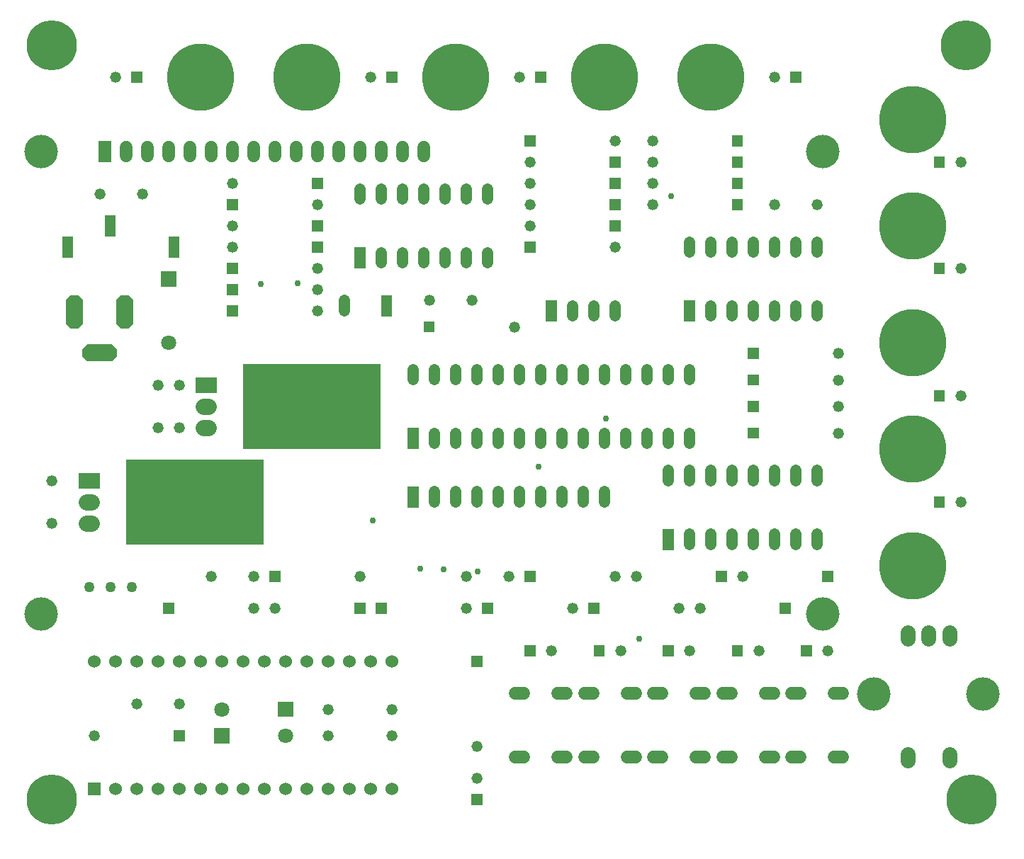
<source format=gts>
%FSLAX24Y24*%
%MOIN*%
%ADD10C,0.0300*%
%ADD11C,0.0500*%
%ADD12C,0.0520*%
%ADD13C,0.0591*%
%ADD14C,0.0600*%
%ADD15C,0.0700*%
%ADD16C,0.0709*%
%ADD17C,0.0750*%
%ADD18C,0.1575*%
%ADD19C,0.2362*%
%ADD20C,0.3150*%
D10*
G01X28051Y19941D03*
X20424Y12830D03*
X22047Y12730D03*
X11838Y26275D03*
X13548Y26304D03*
X24900Y17655D03*
X29620Y9571D03*
X19322Y12863D03*
X31146Y30417D03*
X17091Y15139D03*
D11*
G01X5750Y12000D03*
X3750Y12000D03*
X4750Y12000D03*
D12*
G01X25500Y9000D03*
X26500Y11000D03*
X12500Y11000D03*
X21499Y12500D03*
X23500Y12500D03*
X24500Y31000D03*
X14500Y25000D03*
X32000Y9000D03*
X14500Y27000D03*
X2000Y15000D03*
X2000Y17000D03*
X8000Y21500D03*
X8000Y19500D03*
X21500Y11000D03*
X28500Y12500D03*
X8000Y6500D03*
X6000Y6500D03*
X24500Y32000D03*
X22000Y3000D03*
X10500Y31000D03*
X7000Y21500D03*
X6999Y19500D03*
X22000Y4500D03*
X28750Y9000D03*
X38500Y9000D03*
X4250Y30500D03*
X6250Y30500D03*
X18000Y6250D03*
X15000Y6250D03*
X24500Y30000D03*
X11500Y11000D03*
X23750Y24250D03*
X28500Y28000D03*
X4000Y5000D03*
X24500Y29000D03*
X16500Y12500D03*
X35250Y9000D03*
X14500Y26000D03*
X11499Y12500D03*
X9499Y12500D03*
X32499Y11000D03*
X29500Y12500D03*
X34500Y12500D03*
X15000Y5000D03*
X18000Y5000D03*
X31500Y11000D03*
X28500Y33000D03*
X14500Y30000D03*
X10500Y29000D03*
X10500Y28000D03*
X19750Y25500D03*
X21750Y25500D03*
X5000Y36000D03*
X16999Y36000D03*
X24000Y36000D03*
X36000Y36000D03*
X30250Y33000D03*
X30250Y32000D03*
X30250Y30000D03*
X30250Y31000D03*
X36000Y30000D03*
X37999Y30000D03*
X44750Y32000D03*
X44750Y26999D03*
X44750Y21000D03*
X44750Y16000D03*
X38999Y23000D03*
X38999Y21750D03*
X38999Y20500D03*
X38999Y19250D03*
X20000Y16010D02*
X20000Y16490D01*
X26999Y16010D02*
X26999Y16490D01*
X28000Y16010D02*
X28000Y16490D01*
X26000Y16010D02*
X26000Y16490D01*
X23999Y16010D02*
X23999Y16490D01*
X23000Y16010D02*
X23000Y16490D01*
X21000Y16010D02*
X21000Y16490D01*
X21999Y16010D02*
X21999Y16490D01*
X25000Y16010D02*
X25000Y16490D01*
X28500Y24760D02*
X28500Y25240D01*
X27500Y24760D02*
X27500Y25240D01*
X26500Y24760D02*
X26500Y25240D01*
X15749Y25490D02*
X15749Y25010D01*
X20500Y30260D02*
X20500Y30740D01*
X17500Y27260D02*
X17500Y27740D01*
X19500Y30260D02*
X19500Y30740D01*
X18500Y30260D02*
X18500Y30740D01*
X18500Y27260D02*
X18500Y27740D01*
X22500Y27260D02*
X22500Y27740D01*
X22500Y30260D02*
X22500Y30740D01*
X17500Y30260D02*
X17500Y30740D01*
X16500Y30260D02*
X16500Y30740D01*
X20500Y27260D02*
X20500Y27740D01*
X21500Y27260D02*
X21500Y27740D01*
X21500Y30260D02*
X21500Y30740D01*
X19500Y27260D02*
X19500Y27740D01*
X26000Y18760D02*
X26000Y19240D01*
X29000Y18760D02*
X29000Y19240D01*
X28000Y21760D02*
X28000Y22239D01*
X23000Y18760D02*
X23000Y19240D01*
X29000Y21760D02*
X29000Y22239D01*
X20000Y21760D02*
X20000Y22239D01*
X21999Y21760D02*
X21999Y22239D01*
X31000Y18760D02*
X31000Y19240D01*
X21000Y21760D02*
X21000Y22239D01*
X26000Y21760D02*
X26000Y22239D01*
X31000Y21760D02*
X31000Y22239D01*
X32000Y21760D02*
X32000Y22239D01*
X18999Y21760D02*
X18999Y22239D01*
X25000Y21760D02*
X25000Y22239D01*
X32000Y18760D02*
X32000Y19240D01*
X26999Y21760D02*
X26999Y22239D01*
X25000Y18760D02*
X25000Y19240D01*
X30000Y21760D02*
X30000Y22239D01*
X30000Y18760D02*
X30000Y19240D01*
X21999Y18760D02*
X21999Y19240D01*
X23999Y21760D02*
X23999Y22239D01*
X20000Y18760D02*
X20000Y19240D01*
X21000Y18760D02*
X21000Y19240D01*
X23000Y21760D02*
X23000Y22239D01*
X23999Y18760D02*
X23999Y19240D01*
X28000Y18760D02*
X28000Y19240D01*
X26999Y18760D02*
X26999Y19240D01*
X38000Y24760D02*
X38000Y25240D01*
X33000Y24760D02*
X33000Y25240D01*
X35000Y27760D02*
X35000Y28240D01*
X38000Y27760D02*
X38000Y28240D01*
X34000Y27760D02*
X34000Y28240D01*
X36000Y27760D02*
X36000Y28240D01*
X35000Y24760D02*
X35000Y25240D01*
X36000Y24760D02*
X36000Y25240D01*
X37000Y24760D02*
X37000Y25240D01*
X34000Y24760D02*
X34000Y25240D01*
X33000Y27760D02*
X33000Y28240D01*
X32000Y27760D02*
X32000Y28240D01*
X37000Y27760D02*
X37000Y28240D01*
X35000Y17010D02*
X35000Y17490D01*
X36000Y14010D02*
X36000Y14490D01*
X33000Y17010D02*
X33000Y17490D01*
X34000Y17010D02*
X34000Y17490D01*
X35000Y14010D02*
X35000Y14490D01*
X33000Y14010D02*
X33000Y14490D01*
X36000Y17010D02*
X36000Y17490D01*
X38000Y17010D02*
X38000Y17490D01*
X37000Y17010D02*
X37000Y17490D01*
X38000Y14010D02*
X38000Y14490D01*
X37000Y14010D02*
X37000Y14490D01*
X31000Y17010D02*
X31000Y17490D01*
X32000Y17010D02*
X32000Y17490D01*
X34000Y14010D02*
X34000Y14490D01*
X32000Y14010D02*
X32000Y14490D01*
D13*
G01X11499Y32295D02*
X11499Y32704D01*
X12499Y32295D02*
X12499Y32704D01*
X18500Y32295D02*
X18500Y32704D01*
X13499Y32295D02*
X13499Y32704D01*
X6499Y32295D02*
X6499Y32704D01*
X19499Y32295D02*
X19499Y32704D01*
X8499Y32295D02*
X8499Y32704D01*
X17499Y32295D02*
X17499Y32704D01*
X9499Y32295D02*
X9499Y32704D01*
X7499Y32295D02*
X7499Y32704D01*
X16499Y32295D02*
X16499Y32704D01*
X10499Y32295D02*
X10499Y32704D01*
X5499Y32295D02*
X5499Y32704D01*
X14499Y32295D02*
X14499Y32704D01*
X15500Y32295D02*
X15500Y32704D01*
D14*
G01X9000Y8500D03*
X9000Y2500D03*
X8000Y8500D03*
X11000Y8500D03*
X17000Y8500D03*
X13000Y2500D03*
X5000Y2500D03*
X16000Y2500D03*
X13000Y8500D03*
X10000Y2500D03*
X14000Y8500D03*
X4000Y8500D03*
X6000Y8500D03*
X17000Y2500D03*
X18000Y8500D03*
X16000Y8500D03*
X15000Y8500D03*
X6000Y2500D03*
X14000Y2500D03*
X7000Y8500D03*
X11000Y2500D03*
X15000Y2500D03*
X18000Y2500D03*
X12000Y2500D03*
X7000Y2500D03*
X8000Y2500D03*
X10000Y8500D03*
X5000Y8500D03*
X12000Y8500D03*
X39200Y4000D02*
X38800Y4000D01*
X37199Y7000D02*
X36800Y7000D01*
X37199Y4000D02*
X36800Y4000D01*
X39200Y7000D02*
X38800Y7000D01*
X32700Y4000D02*
X32300Y4000D01*
X30700Y7000D02*
X30300Y7000D01*
X30700Y4000D02*
X30300Y4000D01*
X32700Y7000D02*
X32300Y7000D01*
X26199Y4000D02*
X25800Y4000D01*
X24200Y7000D02*
X23800Y7000D01*
X24200Y4000D02*
X23800Y4000D01*
X26199Y7000D02*
X25800Y7000D01*
X35949Y4000D02*
X35550Y4000D01*
X33949Y7000D02*
X33549Y7000D01*
X33949Y4000D02*
X33549Y4000D01*
X35949Y7000D02*
X35550Y7000D01*
X29450Y4000D02*
X29050Y4000D01*
X27450Y7000D02*
X27050Y7000D01*
X27450Y4000D02*
X27050Y4000D01*
X29450Y7000D02*
X29050Y7000D01*
D15*
G01X42250Y3850D02*
X42250Y4149D01*
X42250Y9558D02*
X42250Y9858D01*
X43234Y9558D02*
X43234Y9858D01*
X44218Y9558D02*
X44218Y9858D01*
X44218Y3850D02*
X44218Y4149D01*
D16*
G01X9999Y6250D03*
X13000Y5000D03*
X7500Y23500D03*
D17*
G01X9125Y19500D02*
X9375Y19500D01*
X9125Y20500D02*
X9375Y20500D01*
X3625Y15000D02*
X3875Y15000D01*
X3625Y16000D02*
X3875Y16000D01*
D18*
G01X1499Y32500D03*
X38250Y10749D03*
X1499Y10749D03*
X38250Y32500D03*
X45793Y6952D03*
X40675Y6952D03*
D19*
G01X45000Y37500D03*
X2000Y2000D03*
X45250Y2000D03*
X2000Y37500D03*
D20*
G01X33000Y36000D03*
X28000Y36000D03*
X13999Y36000D03*
X9000Y36000D03*
X21000Y36000D03*
X42500Y34000D03*
X42500Y29000D03*
X42500Y23500D03*
X42500Y18500D03*
X42500Y13000D03*
G36*
X24760Y9260D02*G01*
X24240Y9260D01*X24240Y8740D01*X24760Y8740D01*G37*
G36*
X22760Y11260D02*G01*
X22240Y11260D01*X22240Y10740D01*X22760Y10740D01*G37*
G36*
X2489Y27499D02*G01*
X3009Y27499D01*X3009Y28500D01*X2489Y28500D01*G37*
G36*
X7489Y27499D02*G01*
X8009Y27499D01*X8009Y28499D01*X7489Y28500D01*G37*
G36*
X4489Y28500D02*G01*
X5009Y28500D01*X5009Y29500D01*X4489Y29500D01*G37*
G36*
X12645Y5895D02*G01*
X13354Y5895D01*X13354Y6604D01*X12645Y6604D01*G37*
G36*
X16240Y10740D02*G01*
X16760Y10740D01*X16760Y11260D01*X16240Y11260D01*G37*
G36*
X28240Y30739D02*G01*
X28760Y30739D01*X28760Y31259D01*X28240Y31259D01*G37*
G36*
X10760Y25260D02*G01*
X10240Y25260D01*X10240Y24740D01*X10760Y24740D01*G37*
G36*
X31260Y9260D02*G01*
X30740Y9260D01*X30740Y8740D01*X31260Y8740D01*G37*
G36*
X10760Y27260D02*G01*
X10240Y27260D01*X10240Y26740D01*X10760Y26740D01*G37*
G36*
X17760Y11260D02*G01*
X17240Y11260D01*X17240Y10740D01*X17760Y10740D01*G37*
G36*
X24760Y12760D02*G01*
X24240Y12760D01*X24240Y12240D01*X24760Y12240D01*G37*
G36*
X28240Y31740D02*G01*
X28760Y31740D01*X28760Y32260D01*X28240Y32260D01*G37*
G36*
X4795Y32999D02*G01*
X4204Y32999D01*X4204Y32000D01*X4795Y32000D01*G37*
G36*
X21740Y2260D02*G01*
X21740Y1740D01*X22260Y1740D01*X22260Y2260D01*G37*
G36*
X14239Y30739D02*G01*
X14760Y30739D01*X14760Y31259D01*X14239Y31259D01*G37*
G36*
X22260Y8240D02*G01*
X22260Y8760D01*X21740Y8760D01*X21740Y8240D01*G37*
G36*
X28010Y9260D02*G01*
X27490Y9260D01*X27490Y8740D01*X28010Y8740D01*G37*
G36*
X10354Y5354D02*G01*
X9645Y5354D01*X9645Y4645D01*X10354Y4645D01*G37*
G36*
X37760Y9260D02*G01*
X37240Y9260D01*X37240Y8740D01*X37760Y8740D01*G37*
G36*
X28240Y29740D02*G01*
X28760Y29740D01*X28760Y30260D01*X28240Y30260D01*G37*
G36*
X15500Y18500D02*G01*
X15500Y22500D01*X11000Y22500D01*X11000Y18500D01*G37*
G36*
X17449Y18500D02*G01*
X17450Y22500D01*X15050Y22500D01*X15050Y18500D01*G37*
G36*
X9750Y21125D02*G01*
X9750Y21875D01*X8750Y21875D01*X8750Y21125D01*G37*
G36*
X7854Y26145D02*G01*
X7854Y26854D01*X7145Y26854D01*X7145Y26145D01*G37*
G36*
X7760Y11260D02*G01*
X7240Y11260D01*X7240Y10740D01*X7760Y10740D01*G37*
G36*
X20010Y24510D02*G01*
X19490Y24510D01*X19490Y23990D01*X20010Y23990D01*G37*
G36*
X24760Y28260D02*G01*
X24240Y28260D01*X24240Y27740D01*X24760Y27740D01*G37*
G36*
X7740Y4740D02*G01*
X8260Y4740D01*X8260Y5260D01*X7740Y5260D01*G37*
G36*
X28240Y28740D02*G01*
X28760Y28740D01*X28760Y29260D01*X28240Y29260D01*G37*
G36*
X12760Y12760D02*G01*
X12240Y12760D01*X12240Y12240D01*X12760Y12240D01*G37*
G36*
X34510Y9260D02*G01*
X33990Y9260D01*X33990Y8740D01*X34510Y8740D01*G37*
G36*
X10760Y26260D02*G01*
X10240Y26260D01*X10240Y25740D01*X10760Y25740D01*G37*
G36*
X36240Y10740D02*G01*
X36759Y10740D01*X36759Y11260D01*X36240Y11260D01*G37*
G36*
X33240Y12240D02*G01*
X33760Y12240D01*X33760Y12760D01*X33240Y12760D01*G37*
G36*
X38240Y12240D02*G01*
X38760Y12240D01*X38760Y12760D01*X38240Y12760D01*G37*
G36*
X27760Y11260D02*G01*
X27240Y11260D01*X27240Y10740D01*X27760Y10740D01*G37*
G36*
X19260Y16750D02*G01*
X18740Y16750D01*X18740Y15750D01*X19260Y15750D01*G37*
G36*
X10000Y13999D02*G01*
X10000Y18000D01*X5500Y18000D01*X5500Y13999D01*G37*
G36*
X11949Y13999D02*G01*
X11950Y18000D01*X9550Y18000D01*X9550Y13999D01*G37*
G36*
X4250Y16625D02*G01*
X4250Y17375D01*X3250Y17375D01*X3250Y16625D01*G37*
G36*
X5594Y25751D02*G01*
X5824Y25521D01*X5824Y24407D01*X5594Y24177D01*X5268Y24177D01*X5037Y24407D01*X5037Y25521D01*X5268Y25751D01*G37*
G36*
X4846Y23429D02*G01*
X5076Y23198D01*X5076Y22872D01*X4846Y22641D01*X3653Y22641D01*X3423Y22872D01*X3423Y23198D01*X3653Y23429D01*G37*
G36*
X3231Y25751D02*G01*
X3462Y25521D01*X3462Y24407D01*X3231Y24177D01*X2905Y24177D01*X2675Y24407D01*X2675Y25521D01*X2905Y25751D01*G37*
G36*
X25760Y25500D02*G01*
X25240Y25500D01*X25240Y24499D01*X25760Y24499D01*G37*
G36*
X17489Y24750D02*G01*
X18010Y24750D01*X18010Y25750D01*X17489Y25750D01*G37*
G36*
X16760Y28000D02*G01*
X16240Y28000D01*X16240Y27000D01*X16760Y27000D01*G37*
G36*
X24760Y33260D02*G01*
X24240Y33260D01*X24240Y32740D01*X24760Y32740D01*G37*
G36*
X10760Y30260D02*G01*
X10240Y30260D01*X10240Y29740D01*X10760Y29740D01*G37*
G36*
X14239Y28740D02*G01*
X14760Y28740D01*X14760Y29260D01*X14239Y29260D01*G37*
G36*
X14239Y27739D02*G01*
X14760Y27739D01*X14760Y28259D01*X14239Y28259D01*G37*
G36*
X4300Y2800D02*G01*
X3700Y2800D01*X3700Y2200D01*X4300Y2200D01*G37*
G36*
X19260Y19499D02*G01*
X18740Y19499D01*X18740Y18500D01*X19260Y18500D01*G37*
G36*
X32260Y25500D02*G01*
X31740Y25500D01*X31740Y24500D01*X32260Y24500D01*G37*
G36*
X5740Y35739D02*G01*
X6260Y35739D01*X6260Y36260D01*X5740Y36260D01*G37*
G36*
X17739Y35739D02*G01*
X18259Y35739D01*X18259Y36260D01*X17739Y36260D01*G37*
G36*
X24740Y35739D02*G01*
X25260Y35739D01*X25260Y36260D01*X24740Y36260D01*G37*
G36*
X36740Y35739D02*G01*
X37260Y35739D01*X37260Y36260D01*X36740Y36260D01*G37*
G36*
X33990Y32740D02*G01*
X34510Y32740D01*X34510Y33260D01*X33990Y33260D01*G37*
G36*
X33990Y31740D02*G01*
X34510Y31740D01*X34510Y32260D01*X33990Y32260D01*G37*
G36*
X33990Y29740D02*G01*
X34510Y29740D01*X34510Y30260D01*X33990Y30260D01*G37*
G36*
X33990Y30739D02*G01*
X34510Y30739D01*X34510Y31259D01*X33990Y31259D01*G37*
G36*
X44010Y32260D02*G01*
X43490Y32260D01*X43490Y31740D01*X44010Y31740D01*G37*
G36*
X44010Y27260D02*G01*
X43490Y27260D01*X43490Y26740D01*X44010Y26740D01*G37*
G36*
X44010Y21260D02*G01*
X43490Y21260D01*X43490Y20739D01*X44010Y20739D01*G37*
G36*
X44010Y16260D02*G01*
X43490Y16260D01*X43490Y15740D01*X44010Y15740D01*G37*
G36*
X35260Y23260D02*G01*
X34740Y23260D01*X34740Y22740D01*X35260Y22740D01*G37*
G36*
X35260Y22010D02*G01*
X34740Y22010D01*X34740Y21490D01*X35260Y21490D01*G37*
G36*
X35260Y20760D02*G01*
X34740Y20760D01*X34740Y20240D01*X35260Y20240D01*G37*
G36*
X35260Y19510D02*G01*
X34740Y19510D01*X34740Y18990D01*X35260Y18990D01*G37*
G36*
X31260Y14750D02*G01*
X30740Y14750D01*X30740Y13750D01*X31260Y13750D01*G37*
M02*

</source>
